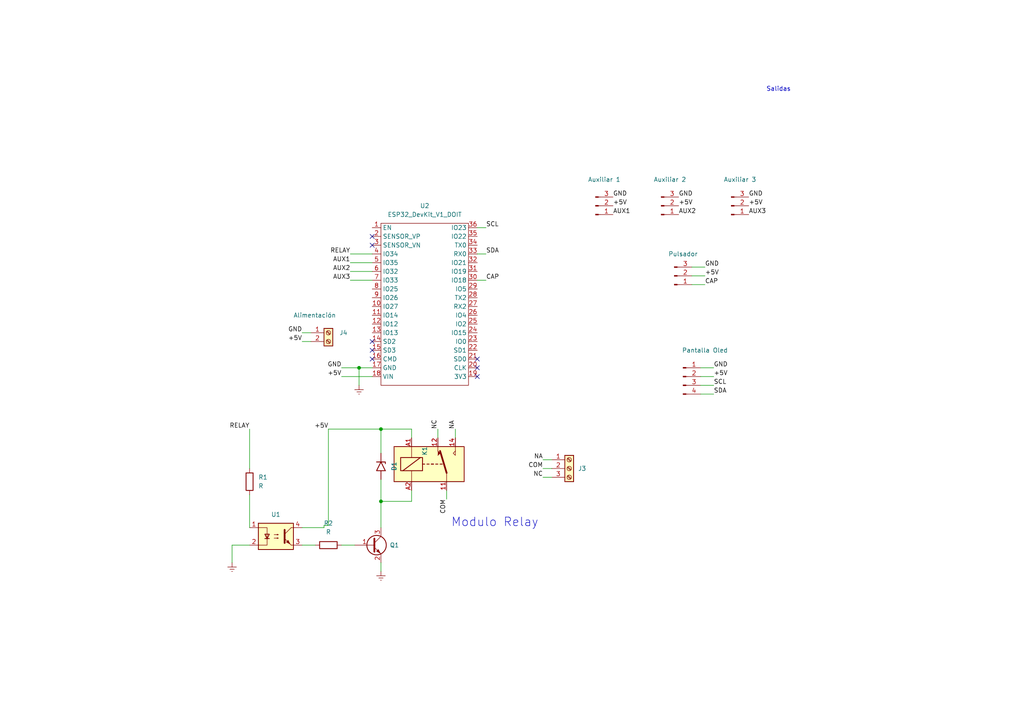
<source format=kicad_sch>
(kicad_sch (version 20230121) (generator eeschema)

  (uuid 53458670-ed64-4788-b41a-8fbba8ae1b41)

  (paper "A4")

  (lib_symbols
    (symbol "Connector:Conn_01x03_Pin" (pin_names (offset 1.016) hide) (in_bom yes) (on_board yes)
      (property "Reference" "J" (at 0 5.08 0)
        (effects (font (size 1.27 1.27)))
      )
      (property "Value" "Conn_01x03_Pin" (at 0 -5.08 0)
        (effects (font (size 1.27 1.27)))
      )
      (property "Footprint" "" (at 0 0 0)
        (effects (font (size 1.27 1.27)) hide)
      )
      (property "Datasheet" "~" (at 0 0 0)
        (effects (font (size 1.27 1.27)) hide)
      )
      (property "ki_locked" "" (at 0 0 0)
        (effects (font (size 1.27 1.27)))
      )
      (property "ki_keywords" "connector" (at 0 0 0)
        (effects (font (size 1.27 1.27)) hide)
      )
      (property "ki_description" "Generic connector, single row, 01x03, script generated" (at 0 0 0)
        (effects (font (size 1.27 1.27)) hide)
      )
      (property "ki_fp_filters" "Connector*:*_1x??_*" (at 0 0 0)
        (effects (font (size 1.27 1.27)) hide)
      )
      (symbol "Conn_01x03_Pin_1_1"
        (polyline
          (pts
            (xy 1.27 -2.54)
            (xy 0.8636 -2.54)
          )
          (stroke (width 0.1524) (type default))
          (fill (type none))
        )
        (polyline
          (pts
            (xy 1.27 0)
            (xy 0.8636 0)
          )
          (stroke (width 0.1524) (type default))
          (fill (type none))
        )
        (polyline
          (pts
            (xy 1.27 2.54)
            (xy 0.8636 2.54)
          )
          (stroke (width 0.1524) (type default))
          (fill (type none))
        )
        (rectangle (start 0.8636 -2.413) (end 0 -2.667)
          (stroke (width 0.1524) (type default))
          (fill (type outline))
        )
        (rectangle (start 0.8636 0.127) (end 0 -0.127)
          (stroke (width 0.1524) (type default))
          (fill (type outline))
        )
        (rectangle (start 0.8636 2.667) (end 0 2.413)
          (stroke (width 0.1524) (type default))
          (fill (type outline))
        )
        (pin passive line (at 5.08 2.54 180) (length 3.81)
          (name "Pin_1" (effects (font (size 1.27 1.27))))
          (number "1" (effects (font (size 1.27 1.27))))
        )
        (pin passive line (at 5.08 0 180) (length 3.81)
          (name "Pin_2" (effects (font (size 1.27 1.27))))
          (number "2" (effects (font (size 1.27 1.27))))
        )
        (pin passive line (at 5.08 -2.54 180) (length 3.81)
          (name "Pin_3" (effects (font (size 1.27 1.27))))
          (number "3" (effects (font (size 1.27 1.27))))
        )
      )
    )
    (symbol "Connector:Conn_01x04_Pin" (pin_names (offset 1.016) hide) (in_bom yes) (on_board yes)
      (property "Reference" "J" (at 0 5.08 0)
        (effects (font (size 1.27 1.27)))
      )
      (property "Value" "Conn_01x04_Pin" (at 0 -7.62 0)
        (effects (font (size 1.27 1.27)))
      )
      (property "Footprint" "" (at 0 0 0)
        (effects (font (size 1.27 1.27)) hide)
      )
      (property "Datasheet" "~" (at 0 0 0)
        (effects (font (size 1.27 1.27)) hide)
      )
      (property "ki_locked" "" (at 0 0 0)
        (effects (font (size 1.27 1.27)))
      )
      (property "ki_keywords" "connector" (at 0 0 0)
        (effects (font (size 1.27 1.27)) hide)
      )
      (property "ki_description" "Generic connector, single row, 01x04, script generated" (at 0 0 0)
        (effects (font (size 1.27 1.27)) hide)
      )
      (property "ki_fp_filters" "Connector*:*_1x??_*" (at 0 0 0)
        (effects (font (size 1.27 1.27)) hide)
      )
      (symbol "Conn_01x04_Pin_1_1"
        (polyline
          (pts
            (xy 1.27 -5.08)
            (xy 0.8636 -5.08)
          )
          (stroke (width 0.1524) (type default))
          (fill (type none))
        )
        (polyline
          (pts
            (xy 1.27 -2.54)
            (xy 0.8636 -2.54)
          )
          (stroke (width 0.1524) (type default))
          (fill (type none))
        )
        (polyline
          (pts
            (xy 1.27 0)
            (xy 0.8636 0)
          )
          (stroke (width 0.1524) (type default))
          (fill (type none))
        )
        (polyline
          (pts
            (xy 1.27 2.54)
            (xy 0.8636 2.54)
          )
          (stroke (width 0.1524) (type default))
          (fill (type none))
        )
        (rectangle (start 0.8636 -4.953) (end 0 -5.207)
          (stroke (width 0.1524) (type default))
          (fill (type outline))
        )
        (rectangle (start 0.8636 -2.413) (end 0 -2.667)
          (stroke (width 0.1524) (type default))
          (fill (type outline))
        )
        (rectangle (start 0.8636 0.127) (end 0 -0.127)
          (stroke (width 0.1524) (type default))
          (fill (type outline))
        )
        (rectangle (start 0.8636 2.667) (end 0 2.413)
          (stroke (width 0.1524) (type default))
          (fill (type outline))
        )
        (pin passive line (at 5.08 2.54 180) (length 3.81)
          (name "Pin_1" (effects (font (size 1.27 1.27))))
          (number "1" (effects (font (size 1.27 1.27))))
        )
        (pin passive line (at 5.08 0 180) (length 3.81)
          (name "Pin_2" (effects (font (size 1.27 1.27))))
          (number "2" (effects (font (size 1.27 1.27))))
        )
        (pin passive line (at 5.08 -2.54 180) (length 3.81)
          (name "Pin_3" (effects (font (size 1.27 1.27))))
          (number "3" (effects (font (size 1.27 1.27))))
        )
        (pin passive line (at 5.08 -5.08 180) (length 3.81)
          (name "Pin_4" (effects (font (size 1.27 1.27))))
          (number "4" (effects (font (size 1.27 1.27))))
        )
      )
    )
    (symbol "Connector:Screw_Terminal_01x02" (pin_names (offset 1.016) hide) (in_bom yes) (on_board yes)
      (property "Reference" "J" (at 0 2.54 0)
        (effects (font (size 1.27 1.27)))
      )
      (property "Value" "Screw_Terminal_01x02" (at 0 -5.08 0)
        (effects (font (size 1.27 1.27)))
      )
      (property "Footprint" "" (at 0 0 0)
        (effects (font (size 1.27 1.27)) hide)
      )
      (property "Datasheet" "~" (at 0 0 0)
        (effects (font (size 1.27 1.27)) hide)
      )
      (property "ki_keywords" "screw terminal" (at 0 0 0)
        (effects (font (size 1.27 1.27)) hide)
      )
      (property "ki_description" "Generic screw terminal, single row, 01x02, script generated (kicad-library-utils/schlib/autogen/connector/)" (at 0 0 0)
        (effects (font (size 1.27 1.27)) hide)
      )
      (property "ki_fp_filters" "TerminalBlock*:*" (at 0 0 0)
        (effects (font (size 1.27 1.27)) hide)
      )
      (symbol "Screw_Terminal_01x02_1_1"
        (rectangle (start -1.27 1.27) (end 1.27 -3.81)
          (stroke (width 0.254) (type default))
          (fill (type background))
        )
        (circle (center 0 -2.54) (radius 0.635)
          (stroke (width 0.1524) (type default))
          (fill (type none))
        )
        (polyline
          (pts
            (xy -0.5334 -2.2098)
            (xy 0.3302 -3.048)
          )
          (stroke (width 0.1524) (type default))
          (fill (type none))
        )
        (polyline
          (pts
            (xy -0.5334 0.3302)
            (xy 0.3302 -0.508)
          )
          (stroke (width 0.1524) (type default))
          (fill (type none))
        )
        (polyline
          (pts
            (xy -0.3556 -2.032)
            (xy 0.508 -2.8702)
          )
          (stroke (width 0.1524) (type default))
          (fill (type none))
        )
        (polyline
          (pts
            (xy -0.3556 0.508)
            (xy 0.508 -0.3302)
          )
          (stroke (width 0.1524) (type default))
          (fill (type none))
        )
        (circle (center 0 0) (radius 0.635)
          (stroke (width 0.1524) (type default))
          (fill (type none))
        )
        (pin passive line (at -5.08 0 0) (length 3.81)
          (name "Pin_1" (effects (font (size 1.27 1.27))))
          (number "1" (effects (font (size 1.27 1.27))))
        )
        (pin passive line (at -5.08 -2.54 0) (length 3.81)
          (name "Pin_2" (effects (font (size 1.27 1.27))))
          (number "2" (effects (font (size 1.27 1.27))))
        )
      )
    )
    (symbol "Connector:Screw_Terminal_01x03" (pin_names (offset 1.016) hide) (in_bom yes) (on_board yes)
      (property "Reference" "J" (at 0 5.08 0)
        (effects (font (size 1.27 1.27)))
      )
      (property "Value" "Screw_Terminal_01x03" (at 0 -5.08 0)
        (effects (font (size 1.27 1.27)))
      )
      (property "Footprint" "" (at 0 0 0)
        (effects (font (size 1.27 1.27)) hide)
      )
      (property "Datasheet" "~" (at 0 0 0)
        (effects (font (size 1.27 1.27)) hide)
      )
      (property "ki_keywords" "screw terminal" (at 0 0 0)
        (effects (font (size 1.27 1.27)) hide)
      )
      (property "ki_description" "Generic screw terminal, single row, 01x03, script generated (kicad-library-utils/schlib/autogen/connector/)" (at 0 0 0)
        (effects (font (size 1.27 1.27)) hide)
      )
      (property "ki_fp_filters" "TerminalBlock*:*" (at 0 0 0)
        (effects (font (size 1.27 1.27)) hide)
      )
      (symbol "Screw_Terminal_01x03_1_1"
        (rectangle (start -1.27 3.81) (end 1.27 -3.81)
          (stroke (width 0.254) (type default))
          (fill (type background))
        )
        (circle (center 0 -2.54) (radius 0.635)
          (stroke (width 0.1524) (type default))
          (fill (type none))
        )
        (polyline
          (pts
            (xy -0.5334 -2.2098)
            (xy 0.3302 -3.048)
          )
          (stroke (width 0.1524) (type default))
          (fill (type none))
        )
        (polyline
          (pts
            (xy -0.5334 0.3302)
            (xy 0.3302 -0.508)
          )
          (stroke (width 0.1524) (type default))
          (fill (type none))
        )
        (polyline
          (pts
            (xy -0.5334 2.8702)
            (xy 0.3302 2.032)
          )
          (stroke (width 0.1524) (type default))
          (fill (type none))
        )
        (polyline
          (pts
            (xy -0.3556 -2.032)
            (xy 0.508 -2.8702)
          )
          (stroke (width 0.1524) (type default))
          (fill (type none))
        )
        (polyline
          (pts
            (xy -0.3556 0.508)
            (xy 0.508 -0.3302)
          )
          (stroke (width 0.1524) (type default))
          (fill (type none))
        )
        (polyline
          (pts
            (xy -0.3556 3.048)
            (xy 0.508 2.2098)
          )
          (stroke (width 0.1524) (type default))
          (fill (type none))
        )
        (circle (center 0 0) (radius 0.635)
          (stroke (width 0.1524) (type default))
          (fill (type none))
        )
        (circle (center 0 2.54) (radius 0.635)
          (stroke (width 0.1524) (type default))
          (fill (type none))
        )
        (pin passive line (at -5.08 2.54 0) (length 3.81)
          (name "Pin_1" (effects (font (size 1.27 1.27))))
          (number "1" (effects (font (size 1.27 1.27))))
        )
        (pin passive line (at -5.08 0 0) (length 3.81)
          (name "Pin_2" (effects (font (size 1.27 1.27))))
          (number "2" (effects (font (size 1.27 1.27))))
        )
        (pin passive line (at -5.08 -2.54 0) (length 3.81)
          (name "Pin_3" (effects (font (size 1.27 1.27))))
          (number "3" (effects (font (size 1.27 1.27))))
        )
      )
    )
    (symbol "Device:R" (pin_numbers hide) (pin_names (offset 0)) (in_bom yes) (on_board yes)
      (property "Reference" "R" (at 2.032 0 90)
        (effects (font (size 1.27 1.27)))
      )
      (property "Value" "R" (at 0 0 90)
        (effects (font (size 1.27 1.27)))
      )
      (property "Footprint" "" (at -1.778 0 90)
        (effects (font (size 1.27 1.27)) hide)
      )
      (property "Datasheet" "~" (at 0 0 0)
        (effects (font (size 1.27 1.27)) hide)
      )
      (property "ki_keywords" "R res resistor" (at 0 0 0)
        (effects (font (size 1.27 1.27)) hide)
      )
      (property "ki_description" "Resistor" (at 0 0 0)
        (effects (font (size 1.27 1.27)) hide)
      )
      (property "ki_fp_filters" "R_*" (at 0 0 0)
        (effects (font (size 1.27 1.27)) hide)
      )
      (symbol "R_0_1"
        (rectangle (start -1.016 -2.54) (end 1.016 2.54)
          (stroke (width 0.254) (type default))
          (fill (type none))
        )
      )
      (symbol "R_1_1"
        (pin passive line (at 0 3.81 270) (length 1.27)
          (name "~" (effects (font (size 1.27 1.27))))
          (number "1" (effects (font (size 1.27 1.27))))
        )
        (pin passive line (at 0 -3.81 90) (length 1.27)
          (name "~" (effects (font (size 1.27 1.27))))
          (number "2" (effects (font (size 1.27 1.27))))
        )
      )
    )
    (symbol "Diode:1.5KExxA" (pin_numbers hide) (pin_names (offset 1.016) hide) (in_bom yes) (on_board yes)
      (property "Reference" "D" (at 0 2.54 0)
        (effects (font (size 1.27 1.27)))
      )
      (property "Value" "1.5KExxA" (at 0 -2.54 0)
        (effects (font (size 1.27 1.27)))
      )
      (property "Footprint" "Diode_THT:D_DO-201AE_P15.24mm_Horizontal" (at 0 -5.08 0)
        (effects (font (size 1.27 1.27)) hide)
      )
      (property "Datasheet" "https://www.vishay.com/docs/88301/15ke.pdf" (at -1.27 0 0)
        (effects (font (size 1.27 1.27)) hide)
      )
      (property "ki_keywords" "diode TVS voltage suppressor" (at 0 0 0)
        (effects (font (size 1.27 1.27)) hide)
      )
      (property "ki_description" "1500W unidirectional TRANSZORB® Transient Voltage Suppressor, DO-201AE" (at 0 0 0)
        (effects (font (size 1.27 1.27)) hide)
      )
      (property "ki_fp_filters" "D?DO?201AE*" (at 0 0 0)
        (effects (font (size 1.27 1.27)) hide)
      )
      (symbol "1.5KExxA_0_1"
        (polyline
          (pts
            (xy -0.762 1.27)
            (xy -1.27 1.27)
            (xy -1.27 -1.27)
          )
          (stroke (width 0.254) (type default))
          (fill (type none))
        )
        (polyline
          (pts
            (xy 1.27 1.27)
            (xy 1.27 -1.27)
            (xy -1.27 0)
            (xy 1.27 1.27)
          )
          (stroke (width 0.254) (type default))
          (fill (type none))
        )
      )
      (symbol "1.5KExxA_1_1"
        (pin passive line (at -3.81 0 0) (length 2.54)
          (name "A1" (effects (font (size 1.27 1.27))))
          (number "1" (effects (font (size 1.27 1.27))))
        )
        (pin passive line (at 3.81 0 180) (length 2.54)
          (name "A2" (effects (font (size 1.27 1.27))))
          (number "2" (effects (font (size 1.27 1.27))))
        )
      )
    )
    (symbol "EESTN5:ESP32_DevKit_V1_DOIT" (in_bom yes) (on_board yes)
      (property "Reference" "U" (at -11.43 34.29 0)
        (effects (font (size 1.27 1.27)))
      )
      (property "Value" "ESP32_DevKit_V1_DOIT" (at 11.43 34.29 0)
        (effects (font (size 1.27 1.27)))
      )
      (property "Footprint" "ESP32_DevKit_V1_DOIT:esp32_devkit_v1_doit" (at -11.43 34.29 0)
        (effects (font (size 1.27 1.27)) hide)
      )
      (property "Datasheet" "" (at -11.43 34.29 0)
        (effects (font (size 1.27 1.27)) hide)
      )
      (property "ki_fp_filters" "esp32?devkit?v1?doit*" (at 0 0 0)
        (effects (font (size 1.27 1.27)) hide)
      )
      (symbol "ESP32_DevKit_V1_DOIT_0_0"
        (pin bidirectional line (at 15.24 25.4 180) (length 2.54)
          (name "TX0" (effects (font (size 1.27 1.27))))
          (number "34" (effects (font (size 1.27 1.27))))
        )
        (pin bidirectional line (at 15.24 27.94 180) (length 2.54)
          (name "IO22" (effects (font (size 1.27 1.27))))
          (number "35" (effects (font (size 1.27 1.27))))
        )
        (pin bidirectional line (at 15.24 30.48 180) (length 2.54)
          (name "IO23" (effects (font (size 1.27 1.27))))
          (number "36" (effects (font (size 1.27 1.27))))
        )
      )
      (symbol "ESP32_DevKit_V1_DOIT_0_1"
        (rectangle (start -12.7 31.75) (end 12.7 -15.24)
          (stroke (width 0) (type solid))
          (fill (type none))
        )
      )
      (symbol "ESP32_DevKit_V1_DOIT_1_1"
        (pin input line (at -15.24 30.48 0) (length 2.54)
          (name "EN" (effects (font (size 1.27 1.27))))
          (number "1" (effects (font (size 1.27 1.27))))
        )
        (pin bidirectional line (at -15.24 7.62 0) (length 2.54)
          (name "IO27" (effects (font (size 1.27 1.27))))
          (number "10" (effects (font (size 1.27 1.27))))
        )
        (pin bidirectional line (at -15.24 5.08 0) (length 2.54)
          (name "IO14" (effects (font (size 1.27 1.27))))
          (number "11" (effects (font (size 1.27 1.27))))
        )
        (pin bidirectional line (at -15.24 2.54 0) (length 2.54)
          (name "IO12" (effects (font (size 1.27 1.27))))
          (number "12" (effects (font (size 1.27 1.27))))
        )
        (pin bidirectional line (at -15.24 0 0) (length 2.54)
          (name "IO13" (effects (font (size 1.27 1.27))))
          (number "13" (effects (font (size 1.27 1.27))))
        )
        (pin bidirectional line (at -15.24 -2.54 0) (length 2.54)
          (name "SD2" (effects (font (size 1.27 1.27))))
          (number "14" (effects (font (size 1.27 1.27))))
        )
        (pin bidirectional line (at -15.24 -5.08 0) (length 2.54)
          (name "SD3" (effects (font (size 1.27 1.27))))
          (number "15" (effects (font (size 1.27 1.27))))
        )
        (pin bidirectional line (at -15.24 -7.62 0) (length 2.54)
          (name "CMD" (effects (font (size 1.27 1.27))))
          (number "16" (effects (font (size 1.27 1.27))))
        )
        (pin power_in line (at -15.24 -10.16 0) (length 2.54)
          (name "GND" (effects (font (size 1.27 1.27))))
          (number "17" (effects (font (size 1.27 1.27))))
        )
        (pin power_in line (at -15.24 -12.7 0) (length 2.54)
          (name "VIN" (effects (font (size 1.27 1.27))))
          (number "18" (effects (font (size 1.27 1.27))))
        )
        (pin power_in line (at 15.24 -12.7 180) (length 2.54)
          (name "3V3" (effects (font (size 1.27 1.27))))
          (number "19" (effects (font (size 1.27 1.27))))
        )
        (pin input line (at -15.24 27.94 0) (length 2.54)
          (name "SENSOR_VP" (effects (font (size 1.27 1.27))))
          (number "2" (effects (font (size 1.27 1.27))))
        )
        (pin bidirectional line (at 15.24 -10.16 180) (length 2.54)
          (name "CLK" (effects (font (size 1.27 1.27))))
          (number "20" (effects (font (size 1.27 1.27))))
        )
        (pin bidirectional line (at 15.24 -7.62 180) (length 2.54)
          (name "SD0" (effects (font (size 1.27 1.27))))
          (number "21" (effects (font (size 1.27 1.27))))
        )
        (pin bidirectional line (at 15.24 -5.08 180) (length 2.54)
          (name "SD1" (effects (font (size 1.27 1.27))))
          (number "22" (effects (font (size 1.27 1.27))))
        )
        (pin bidirectional line (at 15.24 -2.54 180) (length 2.54)
          (name "IO0" (effects (font (size 1.27 1.27))))
          (number "23" (effects (font (size 1.27 1.27))))
        )
        (pin bidirectional line (at 15.24 0 180) (length 2.54)
          (name "IO15" (effects (font (size 1.27 1.27))))
          (number "24" (effects (font (size 1.27 1.27))))
        )
        (pin bidirectional line (at 15.24 2.54 180) (length 2.54)
          (name "IO2" (effects (font (size 1.27 1.27))))
          (number "25" (effects (font (size 1.27 1.27))))
        )
        (pin bidirectional line (at 15.24 5.08 180) (length 2.54)
          (name "IO4" (effects (font (size 1.27 1.27))))
          (number "26" (effects (font (size 1.27 1.27))))
        )
        (pin bidirectional line (at 15.24 7.62 180) (length 2.54)
          (name "RX2" (effects (font (size 1.27 1.27))))
          (number "27" (effects (font (size 1.27 1.27))))
        )
        (pin bidirectional line (at 15.24 10.16 180) (length 2.54)
          (name "TX2" (effects (font (size 1.27 1.27))))
          (number "28" (effects (font (size 1.27 1.27))))
        )
        (pin bidirectional line (at 15.24 12.7 180) (length 2.54)
          (name "IO5" (effects (font (size 1.27 1.27))))
          (number "29" (effects (font (size 1.27 1.27))))
        )
        (pin input line (at -15.24 25.4 0) (length 2.54)
          (name "SENSOR_VN" (effects (font (size 1.27 1.27))))
          (number "3" (effects (font (size 1.27 1.27))))
        )
        (pin bidirectional line (at 15.24 15.24 180) (length 2.54)
          (name "IO18" (effects (font (size 1.27 1.27))))
          (number "30" (effects (font (size 1.27 1.27))))
        )
        (pin bidirectional line (at 15.24 17.78 180) (length 2.54)
          (name "IO19" (effects (font (size 1.27 1.27))))
          (number "31" (effects (font (size 1.27 1.27))))
        )
        (pin bidirectional line (at 15.24 20.32 180) (length 2.54)
          (name "IO21" (effects (font (size 1.27 1.27))))
          (number "32" (effects (font (size 1.27 1.27))))
        )
        (pin bidirectional line (at 15.24 22.86 180) (length 2.54)
          (name "RX0" (effects (font (size 1.27 1.27))))
          (number "33" (effects (font (size 1.27 1.27))))
        )
        (pin input line (at -15.24 22.86 0) (length 2.54)
          (name "IO34" (effects (font (size 1.27 1.27))))
          (number "4" (effects (font (size 1.27 1.27))))
        )
        (pin input line (at -15.24 20.32 0) (length 2.54)
          (name "IO35" (effects (font (size 1.27 1.27))))
          (number "5" (effects (font (size 1.27 1.27))))
        )
        (pin bidirectional line (at -15.24 17.78 0) (length 2.54)
          (name "IO32" (effects (font (size 1.27 1.27))))
          (number "6" (effects (font (size 1.27 1.27))))
        )
        (pin bidirectional line (at -15.24 15.24 0) (length 2.54)
          (name "IO33" (effects (font (size 1.27 1.27))))
          (number "7" (effects (font (size 1.27 1.27))))
        )
        (pin bidirectional line (at -15.24 12.7 0) (length 2.54)
          (name "IO25" (effects (font (size 1.27 1.27))))
          (number "8" (effects (font (size 1.27 1.27))))
        )
        (pin bidirectional line (at -15.24 10.16 0) (length 2.54)
          (name "IO26" (effects (font (size 1.27 1.27))))
          (number "9" (effects (font (size 1.27 1.27))))
        )
      )
    )
    (symbol "Isolator:LTV-817M" (pin_names (offset 1.016)) (in_bom yes) (on_board yes)
      (property "Reference" "U" (at -3.81 5.08 0)
        (effects (font (size 1.27 1.27)))
      )
      (property "Value" "LTV-817M" (at 0 -5.08 0)
        (effects (font (size 1.27 1.27)))
      )
      (property "Footprint" "Package_DIP:DIP-4_W10.16mm" (at 0 -7.62 0)
        (effects (font (size 1.27 1.27)) hide)
      )
      (property "Datasheet" "http://www.us.liteon.com/downloads/LTV-817-827-847.PDF" (at -10.16 7.62 0)
        (effects (font (size 1.27 1.27)) hide)
      )
      (property "ki_keywords" "NPN DC Optocoupler" (at 0 0 0)
        (effects (font (size 1.27 1.27)) hide)
      )
      (property "ki_description" "DC Optocoupler, Vce 35V, CTR 50%, DIP-4" (at 0 0 0)
        (effects (font (size 1.27 1.27)) hide)
      )
      (property "ki_fp_filters" "DIP*W10.16mm*" (at 0 0 0)
        (effects (font (size 1.27 1.27)) hide)
      )
      (symbol "LTV-817M_1_1"
        (rectangle (start -5.08 3.81) (end 5.08 -3.81)
          (stroke (width 0.254) (type default))
          (fill (type background))
        )
        (polyline
          (pts
            (xy -3.175 -0.635)
            (xy -1.905 -0.635)
          )
          (stroke (width 0.254) (type default))
          (fill (type none))
        )
        (polyline
          (pts
            (xy 2.54 0.635)
            (xy 4.445 2.54)
          )
          (stroke (width 0) (type default))
          (fill (type none))
        )
        (polyline
          (pts
            (xy 4.445 -2.54)
            (xy 2.54 -0.635)
          )
          (stroke (width 0) (type default))
          (fill (type outline))
        )
        (polyline
          (pts
            (xy 4.445 -2.54)
            (xy 5.08 -2.54)
          )
          (stroke (width 0) (type default))
          (fill (type none))
        )
        (polyline
          (pts
            (xy 4.445 2.54)
            (xy 5.08 2.54)
          )
          (stroke (width 0) (type default))
          (fill (type none))
        )
        (polyline
          (pts
            (xy -5.08 2.54)
            (xy -2.54 2.54)
            (xy -2.54 -0.762)
          )
          (stroke (width 0) (type default))
          (fill (type none))
        )
        (polyline
          (pts
            (xy -2.54 -0.635)
            (xy -2.54 -2.54)
            (xy -5.08 -2.54)
          )
          (stroke (width 0) (type default))
          (fill (type none))
        )
        (polyline
          (pts
            (xy 2.54 1.905)
            (xy 2.54 -1.905)
            (xy 2.54 -1.905)
          )
          (stroke (width 0.508) (type default))
          (fill (type none))
        )
        (polyline
          (pts
            (xy -2.54 -0.635)
            (xy -3.175 0.635)
            (xy -1.905 0.635)
            (xy -2.54 -0.635)
          )
          (stroke (width 0.254) (type default))
          (fill (type none))
        )
        (polyline
          (pts
            (xy -0.508 -0.508)
            (xy 0.762 -0.508)
            (xy 0.381 -0.635)
            (xy 0.381 -0.381)
            (xy 0.762 -0.508)
          )
          (stroke (width 0) (type default))
          (fill (type none))
        )
        (polyline
          (pts
            (xy -0.508 0.508)
            (xy 0.762 0.508)
            (xy 0.381 0.381)
            (xy 0.381 0.635)
            (xy 0.762 0.508)
          )
          (stroke (width 0) (type default))
          (fill (type none))
        )
        (polyline
          (pts
            (xy 3.048 -1.651)
            (xy 3.556 -1.143)
            (xy 4.064 -2.159)
            (xy 3.048 -1.651)
            (xy 3.048 -1.651)
          )
          (stroke (width 0) (type default))
          (fill (type outline))
        )
        (pin passive line (at -7.62 2.54 0) (length 2.54)
          (name "~" (effects (font (size 1.27 1.27))))
          (number "1" (effects (font (size 1.27 1.27))))
        )
        (pin passive line (at -7.62 -2.54 0) (length 2.54)
          (name "~" (effects (font (size 1.27 1.27))))
          (number "2" (effects (font (size 1.27 1.27))))
        )
        (pin passive line (at 7.62 -2.54 180) (length 2.54)
          (name "~" (effects (font (size 1.27 1.27))))
          (number "3" (effects (font (size 1.27 1.27))))
        )
        (pin passive line (at 7.62 2.54 180) (length 2.54)
          (name "~" (effects (font (size 1.27 1.27))))
          (number "4" (effects (font (size 1.27 1.27))))
        )
      )
    )
    (symbol "Relay:FINDER-36.11" (in_bom yes) (on_board yes)
      (property "Reference" "K" (at 11.43 3.81 0)
        (effects (font (size 1.27 1.27)) (justify left))
      )
      (property "Value" "FINDER-36.11" (at 11.43 1.27 0)
        (effects (font (size 1.27 1.27)) (justify left))
      )
      (property "Footprint" "Relay_THT:Relay_SPDT_Finder_36.11" (at 32.258 -0.762 0)
        (effects (font (size 1.27 1.27)) hide)
      )
      (property "Datasheet" "https://gfinder.findernet.com/public/attachments/36/EN/S36EN.pdf" (at 0 0 0)
        (effects (font (size 1.27 1.27)) hide)
      )
      (property "ki_keywords" "spdt relay" (at 0 0 0)
        (effects (font (size 1.27 1.27)) hide)
      )
      (property "ki_description" "FINDER 36.11, SPDT relay, 10A" (at 0 0 0)
        (effects (font (size 1.27 1.27)) hide)
      )
      (property "ki_fp_filters" "Relay*SPDT*Finder*36.11*" (at 0 0 0)
        (effects (font (size 1.27 1.27)) hide)
      )
      (symbol "FINDER-36.11_0_0"
        (polyline
          (pts
            (xy 2.54 3.81)
            (xy 2.54 5.08)
          )
          (stroke (width 0) (type default))
          (fill (type none))
        )
        (polyline
          (pts
            (xy 7.62 3.81)
            (xy 7.62 5.08)
          )
          (stroke (width 0) (type default))
          (fill (type none))
        )
        (polyline
          (pts
            (xy 7.62 3.81)
            (xy 7.62 2.54)
            (xy 6.985 3.175)
            (xy 7.62 3.81)
          )
          (stroke (width 0) (type default))
          (fill (type none))
        )
      )
      (symbol "FINDER-36.11_0_1"
        (rectangle (start -10.16 5.08) (end 10.16 -5.08)
          (stroke (width 0.254) (type default))
          (fill (type background))
        )
        (rectangle (start -8.255 1.905) (end -1.905 -1.905)
          (stroke (width 0.254) (type default))
          (fill (type none))
        )
        (polyline
          (pts
            (xy -7.62 -1.905)
            (xy -2.54 1.905)
          )
          (stroke (width 0.254) (type default))
          (fill (type none))
        )
        (polyline
          (pts
            (xy -5.08 -5.08)
            (xy -5.08 -1.905)
          )
          (stroke (width 0) (type default))
          (fill (type none))
        )
        (polyline
          (pts
            (xy -5.08 5.08)
            (xy -5.08 1.905)
          )
          (stroke (width 0) (type default))
          (fill (type none))
        )
        (polyline
          (pts
            (xy -1.905 0)
            (xy -1.27 0)
          )
          (stroke (width 0.254) (type default))
          (fill (type none))
        )
        (polyline
          (pts
            (xy -0.635 0)
            (xy 0 0)
          )
          (stroke (width 0.254) (type default))
          (fill (type none))
        )
        (polyline
          (pts
            (xy 0.635 0)
            (xy 1.27 0)
          )
          (stroke (width 0.254) (type default))
          (fill (type none))
        )
        (polyline
          (pts
            (xy 0.635 0)
            (xy 1.27 0)
          )
          (stroke (width 0.254) (type default))
          (fill (type none))
        )
        (polyline
          (pts
            (xy 1.905 0)
            (xy 2.54 0)
          )
          (stroke (width 0.254) (type default))
          (fill (type none))
        )
        (polyline
          (pts
            (xy 3.175 0)
            (xy 3.81 0)
          )
          (stroke (width 0.254) (type default))
          (fill (type none))
        )
        (polyline
          (pts
            (xy 5.08 -2.54)
            (xy 3.175 3.81)
          )
          (stroke (width 0.508) (type default))
          (fill (type none))
        )
        (polyline
          (pts
            (xy 5.08 -2.54)
            (xy 5.08 -5.08)
          )
          (stroke (width 0) (type default))
          (fill (type none))
        )
        (polyline
          (pts
            (xy 2.54 2.54)
            (xy 3.175 3.175)
            (xy 2.54 3.81)
          )
          (stroke (width 0) (type default))
          (fill (type outline))
        )
      )
      (symbol "FINDER-36.11_1_1"
        (pin passive line (at 5.08 -7.62 90) (length 2.54)
          (name "~" (effects (font (size 1.27 1.27))))
          (number "11" (effects (font (size 1.27 1.27))))
        )
        (pin passive line (at 2.54 7.62 270) (length 2.54)
          (name "~" (effects (font (size 1.27 1.27))))
          (number "12" (effects (font (size 1.27 1.27))))
        )
        (pin passive line (at 7.62 7.62 270) (length 2.54)
          (name "~" (effects (font (size 1.27 1.27))))
          (number "14" (effects (font (size 1.27 1.27))))
        )
        (pin passive line (at -5.08 7.62 270) (length 2.54)
          (name "~" (effects (font (size 1.27 1.27))))
          (number "A1" (effects (font (size 1.27 1.27))))
        )
        (pin passive line (at -5.08 -7.62 90) (length 2.54)
          (name "~" (effects (font (size 1.27 1.27))))
          (number "A2" (effects (font (size 1.27 1.27))))
        )
      )
    )
    (symbol "Transistor_BJT:MMBT5550L" (pin_names (offset 0) hide) (in_bom yes) (on_board yes)
      (property "Reference" "Q" (at 5.08 1.905 0)
        (effects (font (size 1.27 1.27)) (justify left))
      )
      (property "Value" "MMBT5550L" (at 5.08 0 0)
        (effects (font (size 1.27 1.27)) (justify left))
      )
      (property "Footprint" "Package_TO_SOT_SMD:SOT-23" (at 5.08 -1.905 0)
        (effects (font (size 1.27 1.27) italic) (justify left) hide)
      )
      (property "Datasheet" "www.onsemi.com/pub/Collateral/MMBT5550LT1-D.PDF" (at 0 0 0)
        (effects (font (size 1.27 1.27)) (justify left) hide)
      )
      (property "ki_keywords" "NPN Transistor" (at 0 0 0)
        (effects (font (size 1.27 1.27)) hide)
      )
      (property "ki_description" "0.6A Ic, 140V Vce, NPN Transistor, SOT-23" (at 0 0 0)
        (effects (font (size 1.27 1.27)) hide)
      )
      (property "ki_fp_filters" "SOT?23*" (at 0 0 0)
        (effects (font (size 1.27 1.27)) hide)
      )
      (symbol "MMBT5550L_0_1"
        (polyline
          (pts
            (xy 0.635 0.635)
            (xy 2.54 2.54)
          )
          (stroke (width 0) (type default))
          (fill (type none))
        )
        (polyline
          (pts
            (xy 0.635 -0.635)
            (xy 2.54 -2.54)
            (xy 2.54 -2.54)
          )
          (stroke (width 0) (type default))
          (fill (type none))
        )
        (polyline
          (pts
            (xy 0.635 1.905)
            (xy 0.635 -1.905)
            (xy 0.635 -1.905)
          )
          (stroke (width 0.508) (type default))
          (fill (type none))
        )
        (polyline
          (pts
            (xy 1.27 -1.778)
            (xy 1.778 -1.27)
            (xy 2.286 -2.286)
            (xy 1.27 -1.778)
            (xy 1.27 -1.778)
          )
          (stroke (width 0) (type default))
          (fill (type outline))
        )
        (circle (center 1.27 0) (radius 2.8194)
          (stroke (width 0.254) (type default))
          (fill (type none))
        )
      )
      (symbol "MMBT5550L_1_1"
        (pin input line (at -5.08 0 0) (length 5.715)
          (name "B" (effects (font (size 1.27 1.27))))
          (number "1" (effects (font (size 1.27 1.27))))
        )
        (pin passive line (at 2.54 -5.08 90) (length 2.54)
          (name "E" (effects (font (size 1.27 1.27))))
          (number "2" (effects (font (size 1.27 1.27))))
        )
        (pin passive line (at 2.54 5.08 270) (length 2.54)
          (name "C" (effects (font (size 1.27 1.27))))
          (number "3" (effects (font (size 1.27 1.27))))
        )
      )
    )
    (symbol "power:Earth" (power) (pin_names (offset 0)) (in_bom yes) (on_board yes)
      (property "Reference" "#PWR" (at 0 -6.35 0)
        (effects (font (size 1.27 1.27)) hide)
      )
      (property "Value" "Earth" (at 0 -3.81 0)
        (effects (font (size 1.27 1.27)) hide)
      )
      (property "Footprint" "" (at 0 0 0)
        (effects (font (size 1.27 1.27)) hide)
      )
      (property "Datasheet" "~" (at 0 0 0)
        (effects (font (size 1.27 1.27)) hide)
      )
      (property "ki_keywords" "global ground gnd" (at 0 0 0)
        (effects (font (size 1.27 1.27)) hide)
      )
      (property "ki_description" "Power symbol creates a global label with name \"Earth\"" (at 0 0 0)
        (effects (font (size 1.27 1.27)) hide)
      )
      (symbol "Earth_0_1"
        (polyline
          (pts
            (xy -0.635 -1.905)
            (xy 0.635 -1.905)
          )
          (stroke (width 0) (type default))
          (fill (type none))
        )
        (polyline
          (pts
            (xy -0.127 -2.54)
            (xy 0.127 -2.54)
          )
          (stroke (width 0) (type default))
          (fill (type none))
        )
        (polyline
          (pts
            (xy 0 -1.27)
            (xy 0 0)
          )
          (stroke (width 0) (type default))
          (fill (type none))
        )
        (polyline
          (pts
            (xy 1.27 -1.27)
            (xy -1.27 -1.27)
          )
          (stroke (width 0) (type default))
          (fill (type none))
        )
      )
      (symbol "Earth_1_1"
        (pin power_in line (at 0 0 270) (length 0) hide
          (name "Earth" (effects (font (size 1.27 1.27))))
          (number "1" (effects (font (size 1.27 1.27))))
        )
      )
    )
  )

  (junction (at 104.14 106.68) (diameter 0) (color 0 0 0 0)
    (uuid 4e266c91-34f9-4f2f-8884-c65522d5e8dd)
  )
  (junction (at 110.49 145.415) (diameter 0) (color 0 0 0 0)
    (uuid 82c25a7f-0332-44e2-8396-28e5e1d7f9c1)
  )
  (junction (at 110.49 124.46) (diameter 0) (color 0 0 0 0)
    (uuid be834f56-caef-4674-a072-c12b4443a0f7)
  )

  (no_connect (at 107.95 104.14) (uuid 058fcf24-363c-4350-993c-15b1c97ff3cb))
  (no_connect (at 138.43 109.22) (uuid 16ab01d9-db9a-4884-96fe-1696e0f3ef8c))
  (no_connect (at 138.43 106.68) (uuid 4149b5ed-d3f1-45e5-8a5a-cb4263bb5fcc))
  (no_connect (at 107.95 99.06) (uuid 5177b13e-da5d-4215-aa7e-91a371c5b541))
  (no_connect (at 107.95 101.6) (uuid 737d5597-b15b-4b71-b34a-130014ae9a4c))
  (no_connect (at 107.95 68.58) (uuid 88a66b59-eda8-45eb-a099-5d9a53746672))
  (no_connect (at 138.43 104.14) (uuid 8ea4243b-cb20-4e58-9776-281e4b4cda98))
  (no_connect (at 107.95 71.12) (uuid d63b73e9-7188-42b3-bcb0-77b0475de5a8))

  (wire (pts (xy 200.66 82.55) (xy 204.47 82.55))
    (stroke (width 0) (type default))
    (uuid 028c4561-902b-4bf1-8b70-023523e84c28)
  )
  (wire (pts (xy 110.49 145.415) (xy 110.49 153.035))
    (stroke (width 0) (type default))
    (uuid 153c498d-57a0-479f-9100-eba7af2c2535)
  )
  (wire (pts (xy 138.43 66.04) (xy 140.97 66.04))
    (stroke (width 0) (type default))
    (uuid 170b9348-a15f-4498-b462-26058628d35c)
  )
  (wire (pts (xy 157.48 138.43) (xy 160.02 138.43))
    (stroke (width 0) (type default))
    (uuid 1752b4fb-bf46-4471-aa1e-36bfaf0b2681)
  )
  (wire (pts (xy 200.66 77.47) (xy 204.47 77.47))
    (stroke (width 0) (type default))
    (uuid 1ea1b05e-ad9a-4cfd-9fe2-b6fdae0583f0)
  )
  (wire (pts (xy 101.6 73.66) (xy 107.95 73.66))
    (stroke (width 0) (type default))
    (uuid 23890bf2-86c4-41a3-a73e-1b55ab646b1a)
  )
  (wire (pts (xy 119.38 124.46) (xy 119.38 127))
    (stroke (width 0) (type default))
    (uuid 2734640e-486f-49fb-8f3c-8365c42bbec4)
  )
  (wire (pts (xy 132.08 124.46) (xy 132.08 127))
    (stroke (width 0) (type default))
    (uuid 373e910f-9904-4eda-a389-0d126a97e125)
  )
  (wire (pts (xy 110.49 145.415) (xy 119.38 145.415))
    (stroke (width 0) (type default))
    (uuid 38b2af7f-0d0b-4c37-a7d6-cd3dbb00a734)
  )
  (wire (pts (xy 110.49 163.195) (xy 110.49 165.735))
    (stroke (width 0) (type default))
    (uuid 4093b916-0f63-4f6e-9327-0a0419bf53fa)
  )
  (wire (pts (xy 110.49 124.46) (xy 119.38 124.46))
    (stroke (width 0) (type default))
    (uuid 43c08e74-e0e4-4c3e-9de0-4c66937d6c08)
  )
  (wire (pts (xy 101.6 76.2) (xy 107.95 76.2))
    (stroke (width 0) (type default))
    (uuid 449154c9-7d73-4659-86a5-5e3d731d1780)
  )
  (wire (pts (xy 203.2 109.22) (xy 207.01 109.22))
    (stroke (width 0) (type default))
    (uuid 47aec956-bb60-4087-b9a6-0c937f0a7104)
  )
  (wire (pts (xy 101.6 81.28) (xy 107.95 81.28))
    (stroke (width 0) (type default))
    (uuid 4c84d7b5-7236-4c48-aa81-d68b29f75328)
  )
  (wire (pts (xy 203.2 106.68) (xy 207.01 106.68))
    (stroke (width 0) (type default))
    (uuid 4e5039de-b6bc-43c8-bddd-b98d9dda97b5)
  )
  (wire (pts (xy 101.6 78.74) (xy 107.95 78.74))
    (stroke (width 0) (type default))
    (uuid 513fe8ba-909f-445a-8f10-21bab7aa3ef4)
  )
  (wire (pts (xy 157.48 135.89) (xy 160.02 135.89))
    (stroke (width 0) (type default))
    (uuid 54329ed1-4e9b-4b34-957d-6bb225e837fd)
  )
  (wire (pts (xy 99.06 106.68) (xy 104.14 106.68))
    (stroke (width 0) (type default))
    (uuid 54a5b588-48c8-4bd0-b555-c9af49bc1f4b)
  )
  (wire (pts (xy 87.63 99.06) (xy 90.17 99.06))
    (stroke (width 0) (type default))
    (uuid 55119d40-4677-458c-87f6-9b6562fe5c1e)
  )
  (wire (pts (xy 72.39 124.46) (xy 72.39 135.89))
    (stroke (width 0) (type default))
    (uuid 5859b0ae-16ad-4424-bbaa-2844bc0b8b38)
  )
  (wire (pts (xy 110.49 139.065) (xy 110.49 145.415))
    (stroke (width 0) (type default))
    (uuid 5b82456c-ba73-474f-98e6-0ca18d6c4c3a)
  )
  (wire (pts (xy 93.98 152.4) (xy 93.98 153.035))
    (stroke (width 0) (type default))
    (uuid 64e34902-a993-4cf5-9227-643f7ed4e476)
  )
  (wire (pts (xy 87.63 96.52) (xy 90.17 96.52))
    (stroke (width 0) (type default))
    (uuid 65b757c6-017f-49ab-b8ae-ed55885aaaf3)
  )
  (wire (pts (xy 119.38 142.24) (xy 119.38 145.415))
    (stroke (width 0) (type default))
    (uuid 6af87931-89f5-4021-a14e-070b91a1a140)
  )
  (wire (pts (xy 67.31 158.115) (xy 67.31 163.195))
    (stroke (width 0) (type default))
    (uuid 6e809fe8-1f7d-4ace-a41e-b7de9570460a)
  )
  (wire (pts (xy 203.2 111.76) (xy 207.01 111.76))
    (stroke (width 0) (type default))
    (uuid 70f2ab47-5f04-4879-87de-a1f5a882883f)
  )
  (wire (pts (xy 104.14 106.68) (xy 104.14 111.76))
    (stroke (width 0) (type default))
    (uuid 71793669-4fe7-4df2-a7da-096d171bae2d)
  )
  (wire (pts (xy 138.43 73.66) (xy 140.97 73.66))
    (stroke (width 0) (type default))
    (uuid 72559c72-a0d8-4e5c-a721-4270518cd6d1)
  )
  (wire (pts (xy 87.63 158.115) (xy 91.44 158.115))
    (stroke (width 0) (type default))
    (uuid 9eac2fa1-430c-426a-abfd-24f8957f233d)
  )
  (wire (pts (xy 95.25 124.46) (xy 110.49 124.46))
    (stroke (width 0) (type default))
    (uuid a9871d17-0780-47fa-b9cc-f784edb16aec)
  )
  (wire (pts (xy 200.66 80.01) (xy 204.47 80.01))
    (stroke (width 0) (type default))
    (uuid b83fddef-29a9-4e66-953a-68a7b1556609)
  )
  (wire (pts (xy 138.43 81.28) (xy 140.97 81.28))
    (stroke (width 0) (type default))
    (uuid b9c3a1dd-d8e9-427c-b8e8-1d5fe2e7ac0e)
  )
  (wire (pts (xy 104.14 106.68) (xy 107.95 106.68))
    (stroke (width 0) (type default))
    (uuid bbbb91fd-847e-4446-94e2-c33f3b66ef26)
  )
  (wire (pts (xy 99.06 109.22) (xy 107.95 109.22))
    (stroke (width 0) (type default))
    (uuid bbdac888-cb0b-479e-a68e-0ddd060e1358)
  )
  (wire (pts (xy 203.2 114.3) (xy 207.01 114.3))
    (stroke (width 0) (type default))
    (uuid bf31f041-b59c-443b-bf9d-37ca6e7ab558)
  )
  (wire (pts (xy 72.39 143.51) (xy 72.39 153.035))
    (stroke (width 0) (type default))
    (uuid c856773d-603b-4bbb-9c14-e25cb9230ebf)
  )
  (wire (pts (xy 127 124.46) (xy 127 127))
    (stroke (width 0) (type default))
    (uuid cb7722ad-3af1-4ce4-9d35-10b1581c0050)
  )
  (wire (pts (xy 67.31 158.115) (xy 72.39 158.115))
    (stroke (width 0) (type default))
    (uuid ccb74719-c120-4525-a34c-335699f023c9)
  )
  (wire (pts (xy 157.48 133.35) (xy 160.02 133.35))
    (stroke (width 0) (type default))
    (uuid d1d571ae-a0ca-47eb-981c-83a3265c9b70)
  )
  (wire (pts (xy 129.54 142.24) (xy 129.54 144.78))
    (stroke (width 0) (type default))
    (uuid d482b1c6-0ea2-4e42-9071-7347464121ec)
  )
  (wire (pts (xy 110.49 124.46) (xy 110.49 131.445))
    (stroke (width 0) (type default))
    (uuid d74b3635-af42-40fa-ad97-b6c8e12e3af8)
  )
  (wire (pts (xy 93.98 153.035) (xy 87.63 153.035))
    (stroke (width 0) (type default))
    (uuid ec414a44-d559-4922-9923-3b4bdebc37e5)
  )
  (wire (pts (xy 93.98 152.4) (xy 95.25 152.4))
    (stroke (width 0) (type default))
    (uuid f08193dd-3d17-4143-a593-f6826da09c05)
  )
  (wire (pts (xy 95.25 152.4) (xy 95.25 124.46))
    (stroke (width 0) (type default))
    (uuid f65a19fc-64d5-4a20-a55d-c5a1effa502f)
  )
  (wire (pts (xy 102.87 158.115) (xy 99.06 158.115))
    (stroke (width 0) (type default))
    (uuid f80b9c39-ddf7-483d-8b7a-0b49b085b62b)
  )

  (text "Modulo Relay" (at 130.81 153.035 0)
    (effects (font (size 2.5 2.5)) (justify left bottom))
    (uuid 5265a30e-2185-4893-96de-8ad0897c2f19)
  )
  (text "Salidas\n" (at 222.25 26.67 0)
    (effects (font (size 1.27 1.27)) (justify left bottom))
    (uuid f7a8f115-5128-4935-a1c5-e6b0e536d7ff)
  )

  (label "SCL" (at 207.01 111.76 0) (fields_autoplaced)
    (effects (font (size 1.27 1.27)) (justify left bottom))
    (uuid 036aba26-da2e-46a0-81ae-558b5e158467)
  )
  (label "+5V" (at 217.17 59.69 0) (fields_autoplaced)
    (effects (font (size 1.27 1.27)) (justify left bottom))
    (uuid 045eba69-149e-4e18-9bac-b97440d2f1b8)
  )
  (label "COM" (at 157.48 135.89 180) (fields_autoplaced)
    (effects (font (size 1.27 1.27)) (justify right bottom))
    (uuid 0565739f-3cb2-4373-a0be-e8e51640f047)
  )
  (label "AUX3" (at 217.17 62.23 0) (fields_autoplaced)
    (effects (font (size 1.27 1.27)) (justify left bottom))
    (uuid 1295deaf-2ac7-4496-b845-e12146f1749d)
  )
  (label "NC" (at 157.48 138.43 180) (fields_autoplaced)
    (effects (font (size 1.27 1.27)) (justify right bottom))
    (uuid 15a0047b-a8b1-4593-91f9-f068a9eef814)
  )
  (label "AUX1" (at 101.6 76.2 180) (fields_autoplaced)
    (effects (font (size 1.27 1.27)) (justify right bottom))
    (uuid 243a250a-c67c-4fed-b45a-b5d007f3127f)
  )
  (label "AUX2" (at 196.85 62.23 0) (fields_autoplaced)
    (effects (font (size 1.27 1.27)) (justify left bottom))
    (uuid 286d081b-2f98-404c-b634-85653f713c45)
  )
  (label "+5V" (at 99.06 109.22 180) (fields_autoplaced)
    (effects (font (size 1.27 1.27)) (justify right bottom))
    (uuid 2e8b85de-ebc7-4804-8dba-ad806ad5357c)
  )
  (label "AUX3" (at 101.6 81.28 180) (fields_autoplaced)
    (effects (font (size 1.27 1.27)) (justify right bottom))
    (uuid 39ff7425-2409-4b8f-808d-3efdb2fbcc1c)
  )
  (label "CAP" (at 140.97 81.28 0) (fields_autoplaced)
    (effects (font (size 1.27 1.27)) (justify left bottom))
    (uuid 42a0afa4-0ebf-4075-a13f-c1cc2b6220f7)
  )
  (label "COM" (at 129.54 144.78 270) (fields_autoplaced)
    (effects (font (size 1.27 1.27)) (justify right bottom))
    (uuid 45771c0e-f627-4715-ac0d-29a15ca8cb60)
  )
  (label "GND" (at 99.06 106.68 180) (fields_autoplaced)
    (effects (font (size 1.27 1.27)) (justify right bottom))
    (uuid 507ed907-1d7d-449f-afb2-488612c6d243)
  )
  (label "+5V" (at 87.63 99.06 180) (fields_autoplaced)
    (effects (font (size 1.27 1.27)) (justify right bottom))
    (uuid 54264c29-fd92-441a-9abb-e3e6c79ee38e)
  )
  (label "GND" (at 87.63 96.52 180) (fields_autoplaced)
    (effects (font (size 1.27 1.27)) (justify right bottom))
    (uuid 6aef4732-b0f3-4fab-a2b9-1a5a87e55ea0)
  )
  (label "AUX2" (at 101.6 78.74 180) (fields_autoplaced)
    (effects (font (size 1.27 1.27)) (justify right bottom))
    (uuid 74549eae-59fb-49ea-9a91-779b0569f8e6)
  )
  (label "SDA" (at 140.97 73.66 0) (fields_autoplaced)
    (effects (font (size 1.27 1.27)) (justify left bottom))
    (uuid 77a171b3-239e-4082-850e-725526b65969)
  )
  (label "GND" (at 217.17 57.15 0) (fields_autoplaced)
    (effects (font (size 1.27 1.27)) (justify left bottom))
    (uuid 7a4582a8-8a67-428a-87ba-87de8df1e329)
  )
  (label "AUX1" (at 177.8 62.23 0) (fields_autoplaced)
    (effects (font (size 1.27 1.27)) (justify left bottom))
    (uuid 7df48881-d648-46de-8b6c-d164f10eb721)
  )
  (label "+5V" (at 196.85 59.69 0) (fields_autoplaced)
    (effects (font (size 1.27 1.27)) (justify left bottom))
    (uuid 7f25b9cb-e294-411a-bc7d-57f55b549e72)
  )
  (label "+5V" (at 95.25 124.46 180) (fields_autoplaced)
    (effects (font (size 1.27 1.27)) (justify right bottom))
    (uuid 8a4af792-1676-4846-8ca2-ea532b1d9439)
  )
  (label "GND" (at 204.47 77.47 0) (fields_autoplaced)
    (effects (font (size 1.27 1.27)) (justify left bottom))
    (uuid 9052ccb9-b4df-460a-be56-24e7e604a801)
  )
  (label "SDA" (at 207.01 114.3 0) (fields_autoplaced)
    (effects (font (size 1.27 1.27)) (justify left bottom))
    (uuid 936e122e-e7a3-4e86-be71-0487f8d2373e)
  )
  (label "SCL" (at 140.97 66.04 0) (fields_autoplaced)
    (effects (font (size 1.27 1.27)) (justify left bottom))
    (uuid 96fb0ba7-9051-49dc-9063-22abd36cd82d)
  )
  (label "CAP" (at 204.47 82.55 0) (fields_autoplaced)
    (effects (font (size 1.27 1.27)) (justify left bottom))
    (uuid 999bd8ca-5c24-45ba-a6f1-1389721cff53)
  )
  (label "+5V" (at 177.8 59.69 0) (fields_autoplaced)
    (effects (font (size 1.27 1.27)) (justify left bottom))
    (uuid a1175a6f-5d13-41ba-a745-a88b135136de)
  )
  (label "+5V" (at 204.47 80.01 0) (fields_autoplaced)
    (effects (font (size 1.27 1.27)) (justify left bottom))
    (uuid ad0d7c4d-bb69-4e27-a1dc-cb20c6dfc146)
  )
  (label "GND" (at 196.85 57.15 0) (fields_autoplaced)
    (effects (font (size 1.27 1.27)) (justify left bottom))
    (uuid bf72496c-8d1c-439d-a887-27157c73e617)
  )
  (label "NC" (at 127 124.46 90) (fields_autoplaced)
    (effects (font (size 1.27 1.27)) (justify left bottom))
    (uuid c3e7aa12-943f-4ad0-83d9-219a225d4e1b)
  )
  (label "NA" (at 132.08 124.46 90) (fields_autoplaced)
    (effects (font (size 1.27 1.27)) (justify left bottom))
    (uuid c8f9a535-15ca-45d3-94f5-2fc11c240566)
  )
  (label "GND" (at 207.01 106.68 0) (fields_autoplaced)
    (effects (font (size 1.27 1.27)) (justify left bottom))
    (uuid cbd6cffe-532c-4d7a-94b9-5c1c2dec890b)
  )
  (label "+5V" (at 207.01 109.22 0) (fields_autoplaced)
    (effects (font (size 1.27 1.27)) (justify left bottom))
    (uuid de029f25-8d95-4051-b590-f888781cd35b)
  )
  (label "GND" (at 177.8 57.15 0) (fields_autoplaced)
    (effects (font (size 1.27 1.27)) (justify left bottom))
    (uuid dfd794e0-c633-4fc5-9295-ee0b5d430006)
  )
  (label "RELAY" (at 101.6 73.66 180) (fields_autoplaced)
    (effects (font (size 1.27 1.27)) (justify right bottom))
    (uuid e2914391-2f18-465e-b534-a53c9b80f0de)
  )
  (label "NA" (at 157.48 133.35 180) (fields_autoplaced)
    (effects (font (size 1.27 1.27)) (justify right bottom))
    (uuid e6db9696-0ecd-472e-86a1-4dc959af127a)
  )
  (label "RELAY" (at 72.39 124.46 180) (fields_autoplaced)
    (effects (font (size 1.27 1.27)) (justify right bottom))
    (uuid e9dd647e-c66f-49cc-b042-d28cd1730d10)
  )

  (symbol (lib_id "Relay:FINDER-36.11") (at 124.46 134.62 0) (unit 1)
    (in_bom yes) (on_board yes) (dnp no)
    (uuid 0e729b33-b1e9-42bf-8df2-59d67e698970)
    (property "Reference" "K1" (at 123.19 130.81 90)
      (effects (font (size 1.27 1.27)))
    )
    (property "Value" "Relay" (at 111.76 134.62 90)
      (effects (font (size 1.27 1.27)) hide)
    )
    (property "Footprint" "EESTN5:Relay_C" (at 156.718 135.382 0)
      (effects (font (size 1.27 1.27)) hide)
    )
    (property "Datasheet" "https://gfinder.findernet.com/public/attachments/36/EN/S36EN.pdf" (at 124.46 134.62 0)
      (effects (font (size 1.27 1.27)) hide)
    )
    (pin "11" (uuid 7f33add1-b14a-4448-97a5-e4011a5bebd5))
    (pin "12" (uuid 7f171ad5-ddd7-4425-84fd-add311d28441))
    (pin "14" (uuid 6642cf68-282e-4aef-949f-be4ebe70f1e4))
    (pin "A1" (uuid 15093b14-8548-4934-a190-1c5df92ee1b7))
    (pin "A2" (uuid 7db34eca-6508-47bc-a4a5-85a7c0027d6d))
    (instances
      (project "placa primera"
        (path "/53458670-ed64-4788-b41a-8fbba8ae1b41"
          (reference "K1") (unit 1)
        )
      )
    )
  )

  (symbol (lib_id "power:Earth") (at 67.31 163.195 0) (unit 1)
    (in_bom yes) (on_board yes) (dnp no) (fields_autoplaced)
    (uuid 2106136c-5386-4bb1-af7d-d9fde3611c8f)
    (property "Reference" "#PWR01" (at 67.31 169.545 0)
      (effects (font (size 1.27 1.27)) hide)
    )
    (property "Value" "Earth" (at 67.31 167.005 0)
      (effects (font (size 1.27 1.27)) hide)
    )
    (property "Footprint" "" (at 67.31 163.195 0)
      (effects (font (size 1.27 1.27)) hide)
    )
    (property "Datasheet" "~" (at 67.31 163.195 0)
      (effects (font (size 1.27 1.27)) hide)
    )
    (pin "1" (uuid 01555ea0-f99d-44c4-a3c9-02527c0a81c9))
    (instances
      (project "placa primera"
        (path "/53458670-ed64-4788-b41a-8fbba8ae1b41"
          (reference "#PWR01") (unit 1)
        )
      )
    )
  )

  (symbol (lib_id "EESTN5:ESP32_DevKit_V1_DOIT") (at 123.19 96.52 0) (unit 1)
    (in_bom yes) (on_board yes) (dnp no) (fields_autoplaced)
    (uuid 34389f14-bf94-4a33-8afa-2df7060617ee)
    (property "Reference" "U2" (at 123.19 59.69 0)
      (effects (font (size 1.27 1.27)))
    )
    (property "Value" "ESP32_DevKit_V1_DOIT" (at 123.19 62.23 0)
      (effects (font (size 1.27 1.27)))
    )
    (property "Footprint" "EESTN5:ESP32_DEVKIT_V1_DOIT" (at 111.76 62.23 0)
      (effects (font (size 1.27 1.27)) hide)
    )
    (property "Datasheet" "" (at 111.76 62.23 0)
      (effects (font (size 1.27 1.27)) hide)
    )
    (pin "34" (uuid 73539800-44a6-42d6-9512-1db198832d02))
    (pin "35" (uuid 784ed72b-1254-4575-9890-48f8ca8c1fb5))
    (pin "36" (uuid 0782436d-bb4f-4945-8b06-1c12e813a3c4))
    (pin "1" (uuid 78529552-9be6-418a-9683-7074d3790ed4))
    (pin "10" (uuid 0507eae2-ccdd-4fd7-b3d3-5efd5cf7ed30))
    (pin "11" (uuid eb29e631-9dae-4cf2-914b-22eeed1e0159))
    (pin "12" (uuid 8c837540-71a9-43f3-983e-565ecf3a3952))
    (pin "13" (uuid a6beaead-d1f8-48f7-bac9-bfedc9cdc6d7))
    (pin "14" (uuid 27775f7b-7908-40b6-b711-224469fd177f))
    (pin "15" (uuid 2b84cd58-979a-428a-af5e-6143d963c22a))
    (pin "16" (uuid e36e1d0c-2057-48dd-b83d-a71ce2cd94f7))
    (pin "17" (uuid 850e9f4d-5579-4a3c-b5bd-ba6ef850a972))
    (pin "18" (uuid 79d5b2d4-eb72-4484-aa72-3eb13f9e3de4))
    (pin "19" (uuid 838c4e10-8403-4eaf-b609-cc3da7728f29))
    (pin "2" (uuid b63d81ea-dc66-4293-b1a7-e09d90e1a502))
    (pin "20" (uuid 47a356b6-844c-45d7-a173-01c9e7932117))
    (pin "21" (uuid 324f67f2-c8b8-496f-993b-d90ce95d53c1))
    (pin "22" (uuid 4fdb15cc-5ef9-44f3-b48e-6bee3b5cbc27))
    (pin "23" (uuid 1570f1c4-2b2f-45ef-bccb-44b7f242b9f0))
    (pin "24" (uuid 06cdc352-f6fe-43c2-a184-3ed295ac86f6))
    (pin "25" (uuid bd2f0865-ed39-4b35-8e31-b33424a694f3))
    (pin "26" (uuid c8119c99-7f50-41ab-bb94-530e844ecfd6))
    (pin "27" (uuid ccffe70d-3053-430c-9722-8c03c3c97626))
    (pin "28" (uuid efca521e-8814-4d76-9bd8-bda0e3b81ce6))
    (pin "29" (uuid e9805ecd-1a1a-447f-b55c-baa70e646c00))
    (pin "3" (uuid 6889e55f-5033-4604-9ee8-4424705fe2c8))
    (pin "30" (uuid bc7938c4-9472-482e-b443-07cea8bf4f16))
    (pin "31" (uuid 2d41ff15-c7f9-4674-b251-e6feb733533f))
    (pin "32" (uuid 30d23082-d078-4fb3-be83-73e0ce779f44))
    (pin "33" (uuid ae43b7ec-d1d8-49b7-ab22-cb61a61ff164))
    (pin "4" (uuid 03aacbac-6825-42b1-8ab0-8b35dad69ff0))
    (pin "5" (uuid 5527af89-9c80-4308-828e-8a27be149b0b))
    (pin "6" (uuid 5e4455a4-0f8b-43bc-b67b-7a70ed4a3b05))
    (pin "7" (uuid c9ebd8e0-22ac-42f8-b223-0f6ef3b86a02))
    (pin "8" (uuid 4ba430f0-ad6e-4da9-94eb-fe7350ace12f))
    (pin "9" (uuid 4d43e31a-8a58-40e4-b32e-b49cc7287a02))
    (instances
      (project "placa primera"
        (path "/53458670-ed64-4788-b41a-8fbba8ae1b41"
          (reference "U2") (unit 1)
        )
      )
    )
  )

  (symbol (lib_id "Connector:Conn_01x03_Pin") (at 172.72 59.69 0) (mirror x) (unit 1)
    (in_bom yes) (on_board yes) (dnp no)
    (uuid 5729761a-0138-4e11-99b2-b2447b47bf4f)
    (property "Reference" "J5" (at 171.45 55.245 0)
      (effects (font (size 1.27 1.27)) hide)
    )
    (property "Value" "Auxiliar 1" (at 175.26 52.07 0)
      (effects (font (size 1.27 1.27)))
    )
    (property "Footprint" "Connector_PinHeader_2.54mm:PinHeader_1x03_P2.54mm_Vertical" (at 172.72 59.69 0)
      (effects (font (size 1.27 1.27)) hide)
    )
    (property "Datasheet" "~" (at 172.72 59.69 0)
      (effects (font (size 1.27 1.27)) hide)
    )
    (pin "1" (uuid af14adc2-da13-4277-9376-b576563ec55d))
    (pin "2" (uuid 97c192ae-d301-45ff-aecb-4de145431412))
    (pin "3" (uuid c087d8b7-0772-4f64-8d03-4d8a64390330))
    (instances
      (project "placa primera"
        (path "/53458670-ed64-4788-b41a-8fbba8ae1b41"
          (reference "J5") (unit 1)
        )
      )
    )
  )

  (symbol (lib_id "Connector:Conn_01x03_Pin") (at 212.09 59.69 0) (mirror x) (unit 1)
    (in_bom yes) (on_board yes) (dnp no)
    (uuid 736a27af-6161-48cf-a859-e9165524ad91)
    (property "Reference" "J7" (at 210.82 55.245 0)
      (effects (font (size 1.27 1.27)) hide)
    )
    (property "Value" "Auxiliar 3" (at 214.63 52.07 0)
      (effects (font (size 1.27 1.27)))
    )
    (property "Footprint" "Connector_PinHeader_2.54mm:PinHeader_1x03_P2.54mm_Vertical" (at 212.09 59.69 0)
      (effects (font (size 1.27 1.27)) hide)
    )
    (property "Datasheet" "~" (at 212.09 59.69 0)
      (effects (font (size 1.27 1.27)) hide)
    )
    (pin "1" (uuid ed4f8f8a-6c5f-4bf8-9ae6-89b7d98f647d))
    (pin "2" (uuid 50444a83-5bc7-47c5-9e52-315ca17f2a19))
    (pin "3" (uuid 6deb9fce-a2c9-48fb-9bf5-86649bd1069b))
    (instances
      (project "placa primera"
        (path "/53458670-ed64-4788-b41a-8fbba8ae1b41"
          (reference "J7") (unit 1)
        )
      )
    )
  )

  (symbol (lib_id "Transistor_BJT:MMBT5550L") (at 107.95 158.115 0) (unit 1)
    (in_bom yes) (on_board yes) (dnp no) (fields_autoplaced)
    (uuid 76edf305-1953-43ad-a017-2884f6cc81e1)
    (property "Reference" "Q1" (at 113.03 158.115 0)
      (effects (font (size 1.27 1.27)) (justify left))
    )
    (property "Value" "MMBT5550L" (at 114.3 158.115 90)
      (effects (font (size 1.27 1.27)) hide)
    )
    (property "Footprint" "Package_TO_SOT_SMD:SOT-23" (at 113.03 160.02 0)
      (effects (font (size 1.27 1.27) italic) (justify left) hide)
    )
    (property "Datasheet" "www.onsemi.com/pub/Collateral/MMBT5550LT1-D.PDF" (at 107.95 158.115 0)
      (effects (font (size 1.27 1.27)) (justify left) hide)
    )
    (pin "1" (uuid 064b9d04-798e-4b2b-9543-8f48571d8807))
    (pin "2" (uuid 9e54a68f-84b4-4f27-b30e-2cc3332e23cb))
    (pin "3" (uuid 5793531b-46bd-4b1e-9c53-c5c02867b5c5))
    (instances
      (project "placa primera"
        (path "/53458670-ed64-4788-b41a-8fbba8ae1b41"
          (reference "Q1") (unit 1)
        )
      )
    )
  )

  (symbol (lib_id "power:Earth") (at 104.14 111.76 0) (unit 1)
    (in_bom yes) (on_board yes) (dnp no) (fields_autoplaced)
    (uuid 95bd7036-8012-419c-9644-d1fb9f32be58)
    (property "Reference" "#PWR04" (at 104.14 118.11 0)
      (effects (font (size 1.27 1.27)) hide)
    )
    (property "Value" "Earth" (at 104.14 115.57 0)
      (effects (font (size 1.27 1.27)) hide)
    )
    (property "Footprint" "" (at 104.14 111.76 0)
      (effects (font (size 1.27 1.27)) hide)
    )
    (property "Datasheet" "~" (at 104.14 111.76 0)
      (effects (font (size 1.27 1.27)) hide)
    )
    (pin "1" (uuid 722e4b07-7055-4bd2-b9eb-a30d46596006))
    (instances
      (project "placa primera"
        (path "/53458670-ed64-4788-b41a-8fbba8ae1b41"
          (reference "#PWR04") (unit 1)
        )
      )
    )
  )

  (symbol (lib_id "Device:R") (at 95.25 158.115 270) (unit 1)
    (in_bom yes) (on_board yes) (dnp no) (fields_autoplaced)
    (uuid 9d65ba10-686e-44ee-8dbe-45c1bc58f549)
    (property "Reference" "R2" (at 95.25 151.765 90)
      (effects (font (size 1.27 1.27)))
    )
    (property "Value" "R" (at 95.25 154.305 90)
      (effects (font (size 1.27 1.27)))
    )
    (property "Footprint" "Resistor_SMD:R_1206_3216Metric_Pad1.30x1.75mm_HandSolder" (at 95.25 156.337 90)
      (effects (font (size 1.27 1.27)) hide)
    )
    (property "Datasheet" "~" (at 95.25 158.115 0)
      (effects (font (size 1.27 1.27)) hide)
    )
    (pin "1" (uuid 06bb5ebe-f112-4c38-b4e2-e4fb8e7eca4e))
    (pin "2" (uuid 3b7f5dba-9785-4be9-8e16-df2dfaebd168))
    (instances
      (project "placa primera"
        (path "/53458670-ed64-4788-b41a-8fbba8ae1b41"
          (reference "R2") (unit 1)
        )
      )
    )
  )

  (symbol (lib_id "Diode:1.5KExxA") (at 110.49 135.255 270) (unit 1)
    (in_bom yes) (on_board yes) (dnp no) (fields_autoplaced)
    (uuid ae3f8b8f-7837-4e30-bf25-807dbbe5fcfc)
    (property "Reference" "D1" (at 114.3 135.255 0)
      (effects (font (size 1.27 1.27)))
    )
    (property "Value" "1.5KExxA" (at 114.3 135.255 0)
      (effects (font (size 1.27 1.27)) hide)
    )
    (property "Footprint" "Diode_SMD:D_2512_6332Metric_Pad1.52x3.35mm_HandSolder" (at 105.41 135.255 0)
      (effects (font (size 1.27 1.27)) hide)
    )
    (property "Datasheet" "https://www.vishay.com/docs/88301/15ke.pdf" (at 110.49 133.985 0)
      (effects (font (size 1.27 1.27)) hide)
    )
    (pin "1" (uuid 28cf1209-6803-42bb-b37d-ce800450cb49))
    (pin "2" (uuid a18da966-0374-4f41-bc65-04443595aa0b))
    (instances
      (project "placa primera"
        (path "/53458670-ed64-4788-b41a-8fbba8ae1b41"
          (reference "D1") (unit 1)
        )
      )
    )
  )

  (symbol (lib_id "power:Earth") (at 110.49 165.735 0) (unit 1)
    (in_bom yes) (on_board yes) (dnp no) (fields_autoplaced)
    (uuid b86b788e-0a8c-45b3-8a6e-c533f0dfa2cf)
    (property "Reference" "#PWR03" (at 110.49 172.085 0)
      (effects (font (size 1.27 1.27)) hide)
    )
    (property "Value" "Earth" (at 110.49 169.545 0)
      (effects (font (size 1.27 1.27)) hide)
    )
    (property "Footprint" "" (at 110.49 165.735 0)
      (effects (font (size 1.27 1.27)) hide)
    )
    (property "Datasheet" "~" (at 110.49 165.735 0)
      (effects (font (size 1.27 1.27)) hide)
    )
    (pin "1" (uuid 0208bbb5-efa1-436a-9ead-fe299400f59e))
    (instances
      (project "placa primera"
        (path "/53458670-ed64-4788-b41a-8fbba8ae1b41"
          (reference "#PWR03") (unit 1)
        )
      )
    )
  )

  (symbol (lib_id "Connector:Conn_01x03_Pin") (at 195.58 80.01 0) (mirror x) (unit 1)
    (in_bom yes) (on_board yes) (dnp no)
    (uuid b9d2f00c-ef49-461a-acfb-2342d6f3ca45)
    (property "Reference" "J1" (at 194.31 75.565 0)
      (effects (font (size 1.27 1.27)) hide)
    )
    (property "Value" "Pulsador" (at 198.12 73.66 0)
      (effects (font (size 1.27 1.27)))
    )
    (property "Footprint" "Connector_PinHeader_2.54mm:PinHeader_1x03_P2.54mm_Vertical" (at 195.58 80.01 0)
      (effects (font (size 1.27 1.27)) hide)
    )
    (property "Datasheet" "~" (at 195.58 80.01 0)
      (effects (font (size 1.27 1.27)) hide)
    )
    (pin "1" (uuid 89a4c08e-8ff3-4101-9346-c79830723c77))
    (pin "2" (uuid 914afe19-24a1-4dd1-b56f-4aa4c4e8314b))
    (pin "3" (uuid bcb86d6f-d3a9-40e8-a60c-d01af0d4ca51))
    (instances
      (project "placa primera"
        (path "/53458670-ed64-4788-b41a-8fbba8ae1b41"
          (reference "J1") (unit 1)
        )
      )
    )
  )

  (symbol (lib_id "Connector:Conn_01x03_Pin") (at 191.77 59.69 0) (mirror x) (unit 1)
    (in_bom yes) (on_board yes) (dnp no)
    (uuid cc5cf421-6397-4b66-b745-1e23a0b29d27)
    (property "Reference" "J6" (at 190.5 55.245 0)
      (effects (font (size 1.27 1.27)) hide)
    )
    (property "Value" "Auxiliar 2" (at 194.31 52.07 0)
      (effects (font (size 1.27 1.27)))
    )
    (property "Footprint" "Connector_PinHeader_2.54mm:PinHeader_1x03_P2.54mm_Vertical" (at 191.77 59.69 0)
      (effects (font (size 1.27 1.27)) hide)
    )
    (property "Datasheet" "~" (at 191.77 59.69 0)
      (effects (font (size 1.27 1.27)) hide)
    )
    (pin "1" (uuid e75f2b5f-2c71-4ef2-af43-41f2bb908020))
    (pin "2" (uuid a1c945d9-3af2-4eb7-8363-d4f7d4c0fec7))
    (pin "3" (uuid 7676c852-8607-4164-98d4-10b298466093))
    (instances
      (project "placa primera"
        (path "/53458670-ed64-4788-b41a-8fbba8ae1b41"
          (reference "J6") (unit 1)
        )
      )
    )
  )

  (symbol (lib_id "Isolator:LTV-817M") (at 80.01 155.575 0) (unit 1)
    (in_bom yes) (on_board yes) (dnp no) (fields_autoplaced)
    (uuid d0660de4-14b0-4f3b-b114-d1bcebcbbf81)
    (property "Reference" "U1" (at 80.01 149.225 0)
      (effects (font (size 1.27 1.27)))
    )
    (property "Value" "LTV-817M" (at 78.74 160.655 90)
      (effects (font (size 1.27 1.27)) (justify right) hide)
    )
    (property "Footprint" "Package_DIP:DIP-4_W10.16mm" (at 80.01 163.195 0)
      (effects (font (size 1.27 1.27)) hide)
    )
    (property "Datasheet" "http://www.us.liteon.com/downloads/LTV-817-827-847.PDF" (at 69.85 147.955 0)
      (effects (font (size 1.27 1.27)) hide)
    )
    (pin "1" (uuid 0b01214b-ecc9-443a-a96f-8e0e263bb4ba))
    (pin "2" (uuid 792a7d48-de0b-4b53-a469-4fb5e705c71e))
    (pin "3" (uuid 37bb2523-3de6-489d-99e1-648498c86269))
    (pin "4" (uuid ceac7819-bf6a-463a-bbb4-51ab797e9b8c))
    (instances
      (project "placa primera"
        (path "/53458670-ed64-4788-b41a-8fbba8ae1b41"
          (reference "U1") (unit 1)
        )
      )
    )
  )

  (symbol (lib_id "Device:R") (at 72.39 139.7 0) (unit 1)
    (in_bom yes) (on_board yes) (dnp no) (fields_autoplaced)
    (uuid d094e1e1-e253-4a7b-858a-b3f3227bc08e)
    (property "Reference" "R1" (at 74.93 138.43 0)
      (effects (font (size 1.27 1.27)) (justify left))
    )
    (property "Value" "R" (at 74.93 140.97 0)
      (effects (font (size 1.27 1.27)) (justify left))
    )
    (property "Footprint" "Resistor_SMD:R_1206_3216Metric_Pad1.30x1.75mm_HandSolder" (at 70.612 139.7 90)
      (effects (font (size 1.27 1.27)) hide)
    )
    (property "Datasheet" "~" (at 72.39 139.7 0)
      (effects (font (size 1.27 1.27)) hide)
    )
    (pin "1" (uuid 49d85e65-0159-4afb-9871-ff7b918a42f5))
    (pin "2" (uuid 68c5efb2-f5fc-4f7f-8d84-d5419253dd00))
    (instances
      (project "placa primera"
        (path "/53458670-ed64-4788-b41a-8fbba8ae1b41"
          (reference "R1") (unit 1)
        )
      )
    )
  )

  (symbol (lib_id "Connector:Screw_Terminal_01x03") (at 165.1 135.89 0) (unit 1)
    (in_bom yes) (on_board yes) (dnp no) (fields_autoplaced)
    (uuid d45a35ae-1e54-4898-9bff-85fb686a2903)
    (property "Reference" "J3" (at 167.64 135.89 0)
      (effects (font (size 1.27 1.27)) (justify left))
    )
    (property "Value" "Contactor" (at 167.64 137.16 0)
      (effects (font (size 1.27 1.27)) (justify left) hide)
    )
    (property "Footprint" "EESTN5:BORNERA3_AZUL" (at 165.1 135.89 0)
      (effects (font (size 1.27 1.27)) hide)
    )
    (property "Datasheet" "~" (at 165.1 135.89 0)
      (effects (font (size 1.27 1.27)) hide)
    )
    (pin "1" (uuid 47de52de-804c-4f1e-95a9-d8b19c1a1cbc))
    (pin "2" (uuid 910aca0e-217e-4570-8cb9-1845c29964ac))
    (pin "3" (uuid 72a6ca98-2dec-47e8-8a2e-8f0d88d0c158))
    (instances
      (project "placa primera"
        (path "/53458670-ed64-4788-b41a-8fbba8ae1b41"
          (reference "J3") (unit 1)
        )
      )
    )
  )

  (symbol (lib_id "Connector:Conn_01x04_Pin") (at 198.12 109.22 0) (unit 1)
    (in_bom yes) (on_board yes) (dnp no)
    (uuid ec4497ad-bd60-467b-8dd1-d6c12c98ba61)
    (property "Reference" "J2" (at 198.755 101.6 0)
      (effects (font (size 1.27 1.27)) hide)
    )
    (property "Value" "Pantalla Oled" (at 204.47 101.6 0)
      (effects (font (size 1.27 1.27)))
    )
    (property "Footprint" "Connector_PinHeader_2.54mm:PinHeader_1x04_P2.54mm_Vertical" (at 198.12 109.22 0)
      (effects (font (size 1.27 1.27)) hide)
    )
    (property "Datasheet" "~" (at 198.12 109.22 0)
      (effects (font (size 1.27 1.27)) hide)
    )
    (pin "1" (uuid cb0482d4-f318-4bf2-8a8d-3dd053bd0023))
    (pin "2" (uuid 3ff29d48-381f-4257-a20b-67bd4362fcae))
    (pin "3" (uuid 8b5f0710-c390-48cf-a2f9-04979f098332))
    (pin "4" (uuid eb397cb9-a100-44fc-851a-6b812464d6eb))
    (instances
      (project "placa primera"
        (path "/53458670-ed64-4788-b41a-8fbba8ae1b41"
          (reference "J2") (unit 1)
        )
      )
    )
  )

  (symbol (lib_id "Connector:Screw_Terminal_01x02") (at 95.25 96.52 0) (unit 1)
    (in_bom yes) (on_board yes) (dnp no)
    (uuid f8603f52-ad9b-479f-8ec3-b7a3d7f70d88)
    (property "Reference" "J4" (at 98.425 96.52 0)
      (effects (font (size 1.27 1.27)) (justify left))
    )
    (property "Value" "Alimentación" (at 85.09 91.44 0)
      (effects (font (size 1.27 1.27)) (justify left))
    )
    (property "Footprint" "EESTN5:BORNERA2_AZUL" (at 95.25 96.52 0)
      (effects (font (size 1.27 1.27)) hide)
    )
    (property "Datasheet" "~" (at 95.25 96.52 0)
      (effects (font (size 1.27 1.27)) hide)
    )
    (pin "1" (uuid d9a8b9e0-6f25-4a7d-bc49-b6cc598a838d))
    (pin "2" (uuid b50554b4-a8b0-4a24-b5c4-fcca8466ee63))
    (instances
      (project "placa primera"
        (path "/53458670-ed64-4788-b41a-8fbba8ae1b41"
          (reference "J4") (unit 1)
        )
      )
    )
  )

  (sheet_instances
    (path "/" (page "1"))
  )
)

</source>
